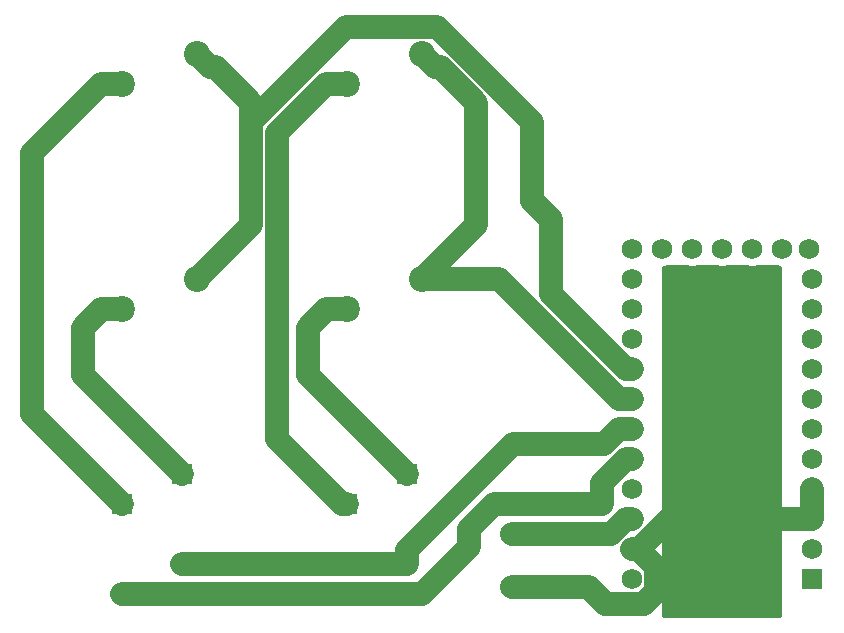
<source format=gbr>
%TF.GenerationSoftware,KiCad,Pcbnew,(5.1.7)-1*%
%TF.CreationDate,2020-10-24T11:29:13-04:00*%
%TF.ProjectId,example-keyboard,6578616d-706c-4652-9d6b-6579626f6172,rev?*%
%TF.SameCoordinates,Original*%
%TF.FileFunction,Copper,L2,Bot*%
%TF.FilePolarity,Positive*%
%FSLAX46Y46*%
G04 Gerber Fmt 4.6, Leading zero omitted, Abs format (unit mm)*
G04 Created by KiCad (PCBNEW (5.1.7)-1) date 2020-10-24 11:29:13*
%MOMM*%
%LPD*%
G01*
G04 APERTURE LIST*
%TA.AperFunction,ComponentPad*%
%ADD10C,1.752600*%
%TD*%
%TA.AperFunction,ComponentPad*%
%ADD11R,1.752600X1.752600*%
%TD*%
%TA.AperFunction,ComponentPad*%
%ADD12C,2.000000*%
%TD*%
%TA.AperFunction,ComponentPad*%
%ADD13C,2.200000*%
%TD*%
%TA.AperFunction,ComponentPad*%
%ADD14R,1.651000X1.651000*%
%TD*%
%TA.AperFunction,ComponentPad*%
%ADD15C,1.651000*%
%TD*%
%TA.AperFunction,Conductor*%
%ADD16C,2.000000*%
%TD*%
%TA.AperFunction,Conductor*%
%ADD17C,0.254000*%
%TD*%
%TA.AperFunction,Conductor*%
%ADD18C,0.100000*%
%TD*%
G04 APERTURE END LIST*
D10*
%TO.P,U1,25*%
%TO.N,Net-(U1-Pad25)*%
X129540000Y-69850000D03*
%TO.P,U1,26*%
%TO.N,Net-(U1-Pad26)*%
X127000000Y-69850000D03*
%TO.P,U1,27*%
%TO.N,Net-(U1-Pad27)*%
X124460000Y-69850000D03*
%TO.P,U1,28*%
%TO.N,Net-(U1-Pad28)*%
X121920000Y-69850000D03*
%TO.P,U1,29*%
%TO.N,Net-(U1-Pad29)*%
X119380000Y-69850000D03*
%TO.P,U1,24*%
%TO.N,Net-(U1-Pad24)*%
X116840000Y-97790000D03*
%TO.P,U1,12*%
%TO.N,Net-(U1-Pad12)*%
X131851400Y-69850000D03*
%TO.P,U1,23*%
%TO.N,GND*%
X116840000Y-95250000D03*
%TO.P,U1,22*%
%TO.N,Net-(SW1-Pad1)*%
X116840000Y-92710000D03*
%TO.P,U1,21*%
%TO.N,Net-(U1-Pad21)*%
X116840000Y-90170000D03*
%TO.P,U1,20*%
%TO.N,COL1*%
X116840000Y-87630000D03*
%TO.P,U1,19*%
%TO.N,COL2*%
X116840000Y-85090000D03*
%TO.P,U1,18*%
%TO.N,ROW2*%
X116840000Y-82550000D03*
%TO.P,U1,17*%
%TO.N,ROW1*%
X116840000Y-80010000D03*
%TO.P,U1,16*%
%TO.N,Net-(U1-Pad16)*%
X116840000Y-77470000D03*
%TO.P,U1,15*%
%TO.N,Net-(U1-Pad15)*%
X116840000Y-74930000D03*
%TO.P,U1,14*%
%TO.N,Net-(U1-Pad14)*%
X116840000Y-72390000D03*
%TO.P,U1,13*%
%TO.N,Net-(U1-Pad13)*%
X116840000Y-69850000D03*
%TO.P,U1,11*%
%TO.N,Net-(U1-Pad11)*%
X132080000Y-72390000D03*
%TO.P,U1,10*%
%TO.N,Net-(U1-Pad10)*%
X132080000Y-74930000D03*
%TO.P,U1,9*%
%TO.N,Net-(U1-Pad9)*%
X132080000Y-77470000D03*
%TO.P,U1,8*%
%TO.N,Net-(U1-Pad8)*%
X132080000Y-80010000D03*
%TO.P,U1,7*%
%TO.N,Net-(U1-Pad7)*%
X132080000Y-82550000D03*
%TO.P,U1,6*%
%TO.N,Net-(U1-Pad6)*%
X132080000Y-85090000D03*
%TO.P,U1,5*%
%TO.N,Net-(U1-Pad5)*%
X132080000Y-87630000D03*
%TO.P,U1,4*%
%TO.N,GND*%
X132080000Y-90170000D03*
%TO.P,U1,3*%
X132080000Y-92710000D03*
%TO.P,U1,2*%
%TO.N,Net-(U1-Pad2)*%
X132080000Y-95250000D03*
D11*
%TO.P,U1,1*%
%TO.N,Net-(U1-Pad1)*%
X132080000Y-97790000D03*
%TD*%
D12*
%TO.P,SW1,1*%
%TO.N,Net-(SW1-Pad1)*%
X113180000Y-93980000D03*
%TO.P,SW1,2*%
%TO.N,GND*%
X113180000Y-98480000D03*
%TO.P,SW1,1*%
%TO.N,Net-(SW1-Pad1)*%
X106680000Y-93980000D03*
%TO.P,SW1,2*%
%TO.N,GND*%
X106680000Y-98480000D03*
%TD*%
D13*
%TO.P,MX4,2*%
%TO.N,Net-(D4-Pad2)*%
X92710000Y-74930000D03*
%TO.P,MX4,1*%
%TO.N,ROW2*%
X99060000Y-72390000D03*
%TD*%
%TO.P,MX3,2*%
%TO.N,Net-(D2-Pad2)*%
X73660000Y-74930000D03*
%TO.P,MX3,1*%
%TO.N,ROW1*%
X80010000Y-72390000D03*
%TD*%
%TO.P,MX2,2*%
%TO.N,Net-(D3-Pad2)*%
X92710000Y-55880000D03*
%TO.P,MX2,1*%
%TO.N,ROW2*%
X99060000Y-53340000D03*
%TD*%
%TO.P,MX1,2*%
%TO.N,Net-(D1-Pad2)*%
X73660000Y-55880000D03*
%TO.P,MX1,1*%
%TO.N,ROW1*%
X80010000Y-53340000D03*
%TD*%
D14*
%TO.P,D4,2*%
%TO.N,Net-(D4-Pad2)*%
X97790000Y-88900000D03*
D15*
%TO.P,D4,1*%
%TO.N,COL2*%
X97790000Y-96520000D03*
%TD*%
D14*
%TO.P,D3,2*%
%TO.N,Net-(D3-Pad2)*%
X92710000Y-91440000D03*
D15*
%TO.P,D3,1*%
%TO.N,COL1*%
X92710000Y-99060000D03*
%TD*%
D14*
%TO.P,D2,2*%
%TO.N,Net-(D2-Pad2)*%
X78740000Y-88900000D03*
D15*
%TO.P,D2,1*%
%TO.N,COL2*%
X78740000Y-96520000D03*
%TD*%
D14*
%TO.P,D1,2*%
%TO.N,Net-(D1-Pad2)*%
X73660000Y-91440000D03*
D15*
%TO.P,D1,1*%
%TO.N,COL1*%
X73660000Y-99060000D03*
%TD*%
D16*
%TO.N,Net-(D1-Pad2)*%
X71895998Y-55880000D02*
X66040000Y-61735998D01*
X73660000Y-55880000D02*
X71895998Y-55880000D01*
X66040000Y-83820000D02*
X73660000Y-91440000D01*
X66040000Y-61735998D02*
X66040000Y-83820000D01*
%TO.N,COL1*%
X73660000Y-99060000D02*
X92710000Y-99060000D01*
X103059999Y-93503999D02*
X105123998Y-91440000D01*
X103059999Y-95060001D02*
X103059999Y-93503999D01*
X99060000Y-99060000D02*
X103059999Y-95060001D01*
X92710000Y-99060000D02*
X99060000Y-99060000D01*
X105123998Y-91440000D02*
X114300000Y-91440000D01*
X116307074Y-87630000D02*
X116840000Y-87630000D01*
X114300000Y-89637074D02*
X116307074Y-87630000D01*
X114300000Y-91440000D02*
X114300000Y-89637074D01*
%TO.N,Net-(D2-Pad2)*%
X70339999Y-80499999D02*
X78740000Y-88900000D01*
X70339999Y-76485999D02*
X70339999Y-80499999D01*
X71895998Y-74930000D02*
X70339999Y-76485999D01*
X73660000Y-74930000D02*
X71895998Y-74930000D01*
%TO.N,COL2*%
X78740000Y-96520000D02*
X97790000Y-96520000D01*
X115735791Y-85090000D02*
X116840000Y-85090000D01*
X114465791Y-86360000D02*
X115735791Y-85090000D01*
X106782567Y-86360000D02*
X114465791Y-86360000D01*
X97790000Y-95352567D02*
X106782567Y-86360000D01*
X97790000Y-96520000D02*
X97790000Y-95352567D01*
%TO.N,Net-(D3-Pad2)*%
X86800011Y-60025987D02*
X86800011Y-85919989D01*
X90945998Y-55880000D02*
X86800011Y-60025987D01*
X92710000Y-55880000D02*
X90945998Y-55880000D01*
X92320022Y-91440000D02*
X92710000Y-91440000D01*
X86800011Y-85919989D02*
X92320022Y-91440000D01*
%TO.N,Net-(D4-Pad2)*%
X89389999Y-80499999D02*
X97790000Y-88900000D01*
X89389999Y-76485999D02*
X89389999Y-80499999D01*
X90945998Y-74930000D02*
X89389999Y-76485999D01*
X92710000Y-74930000D02*
X90945998Y-74930000D01*
%TO.N,ROW1*%
X84600001Y-57435999D02*
X84600001Y-67799999D01*
X81604001Y-54439999D02*
X84600001Y-57435999D01*
X81109999Y-54439999D02*
X81604001Y-54439999D01*
X80010000Y-53340000D02*
X81109999Y-54439999D01*
X92674716Y-51039999D02*
X100365284Y-51039999D01*
X84600001Y-59114714D02*
X92674716Y-51039999D01*
X84600001Y-67799999D02*
X84600001Y-59114714D01*
X80010000Y-72390000D02*
X84600001Y-67799999D01*
X100365284Y-51039999D02*
X108413699Y-59088414D01*
X108413699Y-59088414D02*
X108413699Y-65766625D01*
X108413699Y-65766625D02*
X109957074Y-67310000D01*
X116307074Y-80010000D02*
X116840000Y-80010000D01*
X109957074Y-73660000D02*
X116307074Y-80010000D01*
X109957074Y-67310000D02*
X109957074Y-73660000D01*
%TO.N,ROW2*%
X103650001Y-67799999D02*
X99060000Y-72390000D01*
X103650001Y-57435999D02*
X103650001Y-67799999D01*
X100654001Y-54439999D02*
X103650001Y-57435999D01*
X100159999Y-54439999D02*
X100654001Y-54439999D01*
X99060000Y-53340000D02*
X100159999Y-54439999D01*
X115735791Y-82550000D02*
X116840000Y-82550000D01*
X105575791Y-72390000D02*
X115735791Y-82550000D01*
X99060000Y-72390000D02*
X105575791Y-72390000D01*
%TO.N,GND*%
X117372926Y-95250000D02*
X116878356Y-95250000D01*
X118916301Y-96793375D02*
X117372926Y-95250000D01*
X118916301Y-98786625D02*
X118916301Y-96793375D01*
X117836625Y-99866301D02*
X118916301Y-98786625D01*
X114566301Y-99866301D02*
X117836625Y-99866301D01*
X116878356Y-95250000D02*
X116859178Y-95269178D01*
X113180000Y-98480000D02*
X114566301Y-99866301D01*
X106680000Y-98480000D02*
X113180000Y-98480000D01*
X132080000Y-90170000D02*
X132080000Y-92710000D01*
X117411283Y-95250000D02*
X116878356Y-95250000D01*
X119951283Y-92710000D02*
X117411283Y-95250000D01*
X132080000Y-92710000D02*
X119951283Y-92710000D01*
%TO.N,Net-(SW1-Pad1)*%
X116307074Y-92710000D02*
X116840000Y-92710000D01*
X115037074Y-93980000D02*
X116307074Y-92710000D01*
X113180000Y-93980000D02*
X115037074Y-93980000D01*
X113180000Y-93980000D02*
X106680000Y-93980000D01*
%TD*%
D17*
%TO.N,GND*%
X121479170Y-71303222D02*
X121771150Y-71361300D01*
X122068850Y-71361300D01*
X122360830Y-71303222D01*
X122496562Y-71247000D01*
X123883438Y-71247000D01*
X124019170Y-71303222D01*
X124311150Y-71361300D01*
X124608850Y-71361300D01*
X124900830Y-71303222D01*
X125036562Y-71247000D01*
X126423438Y-71247000D01*
X126559170Y-71303222D01*
X126851150Y-71361300D01*
X127148850Y-71361300D01*
X127440830Y-71303222D01*
X127576562Y-71247000D01*
X128963438Y-71247000D01*
X129099170Y-71303222D01*
X129391150Y-71361300D01*
X129413000Y-71361300D01*
X129413000Y-100940000D01*
X119507000Y-100940000D01*
X119507000Y-71361300D01*
X119528850Y-71361300D01*
X119820830Y-71303222D01*
X119956562Y-71247000D01*
X121343438Y-71247000D01*
X121479170Y-71303222D01*
%TA.AperFunction,Conductor*%
D18*
G36*
X121479170Y-71303222D02*
G01*
X121771150Y-71361300D01*
X122068850Y-71361300D01*
X122360830Y-71303222D01*
X122496562Y-71247000D01*
X123883438Y-71247000D01*
X124019170Y-71303222D01*
X124311150Y-71361300D01*
X124608850Y-71361300D01*
X124900830Y-71303222D01*
X125036562Y-71247000D01*
X126423438Y-71247000D01*
X126559170Y-71303222D01*
X126851150Y-71361300D01*
X127148850Y-71361300D01*
X127440830Y-71303222D01*
X127576562Y-71247000D01*
X128963438Y-71247000D01*
X129099170Y-71303222D01*
X129391150Y-71361300D01*
X129413000Y-71361300D01*
X129413000Y-100940000D01*
X119507000Y-100940000D01*
X119507000Y-71361300D01*
X119528850Y-71361300D01*
X119820830Y-71303222D01*
X119956562Y-71247000D01*
X121343438Y-71247000D01*
X121479170Y-71303222D01*
G37*
%TD.AperFunction*%
%TD*%
M02*

</source>
